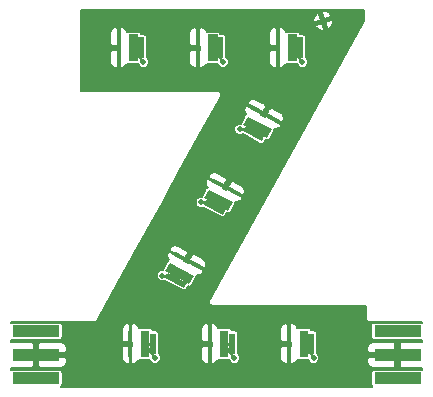
<source format=gtl>
G04 #@! TF.FileFunction,Copper,L1,Top,Signal*
%FSLAX46Y46*%
G04 Gerber Fmt 4.6, Leading zero omitted, Abs format (unit mm)*
G04 Created by KiCad (PCBNEW 4.0.0-rc2-stable) date 3/3/2016 3:49:37 PM*
%MOMM*%
G01*
G04 APERTURE LIST*
%ADD10C,0.150000*%
%ADD11R,0.500000X1.800000*%
%ADD12R,0.320000X2.300000*%
%ADD13R,0.800000X2.300000*%
%ADD14C,0.500000*%
%ADD15R,4.000000X1.000000*%
%ADD16C,0.600000*%
%ADD17C,0.254000*%
%ADD18C,0.152400*%
G04 APERTURE END LIST*
D10*
D11*
X72309650Y-47261530D03*
D12*
X70409650Y-47261530D03*
D13*
X71659650Y-47261530D03*
D14*
X72509650Y-48461530D03*
D11*
X65607570Y-47261530D03*
D12*
X63707570Y-47261530D03*
D13*
X64957570Y-47261530D03*
D14*
X65807570Y-48461530D03*
D11*
X58905486Y-47261530D03*
D12*
X57005486Y-47261530D03*
D13*
X58255486Y-47261530D03*
D14*
X59105486Y-48461530D03*
D10*
G36*
X71611491Y-21298838D02*
X71611299Y-23098838D01*
X71111299Y-23098784D01*
X71111491Y-21298784D01*
X71611491Y-21298838D01*
X71611491Y-21298838D01*
G37*
G36*
X69621517Y-21048626D02*
X69621273Y-23348626D01*
X69301273Y-23348592D01*
X69301517Y-21048592D01*
X69621517Y-21048626D01*
X69621517Y-21048626D01*
G37*
G36*
X71111517Y-21048785D02*
X71111273Y-23348785D01*
X70311273Y-23348699D01*
X70311517Y-21048699D01*
X71111517Y-21048785D01*
X71111517Y-21048785D01*
G37*
D14*
X71561267Y-23398832D03*
D10*
G36*
X64880744Y-21298121D02*
X64880552Y-23098121D01*
X64380552Y-23098067D01*
X64380744Y-21298067D01*
X64880744Y-21298121D01*
X64880744Y-21298121D01*
G37*
G36*
X62890770Y-21047909D02*
X62890526Y-23347909D01*
X62570526Y-23347875D01*
X62570770Y-21047875D01*
X62890770Y-21047909D01*
X62890770Y-21047909D01*
G37*
G36*
X64380770Y-21048068D02*
X64380526Y-23348068D01*
X63580526Y-23347982D01*
X63580770Y-21047982D01*
X64380770Y-21048068D01*
X64380770Y-21048068D01*
G37*
D14*
X64830520Y-23398115D03*
D10*
G36*
X58149996Y-21297403D02*
X58149804Y-23097403D01*
X57649804Y-23097349D01*
X57649996Y-21297349D01*
X58149996Y-21297403D01*
X58149996Y-21297403D01*
G37*
G36*
X56160022Y-21047191D02*
X56159778Y-23347191D01*
X55839778Y-23347157D01*
X55840022Y-21047157D01*
X56160022Y-21047191D01*
X56160022Y-21047191D01*
G37*
G36*
X57650022Y-21047350D02*
X57649778Y-23347350D01*
X56849778Y-23347264D01*
X56850022Y-21047264D01*
X57650022Y-21047350D01*
X57650022Y-21047350D01*
G37*
D14*
X58099772Y-23397397D03*
D10*
G36*
X61546739Y-42507250D02*
X59956676Y-41663628D01*
X60191015Y-41221944D01*
X61781078Y-42065566D01*
X61546739Y-42507250D01*
X61546739Y-42507250D01*
G37*
G36*
X62700252Y-40866517D02*
X60668505Y-39788555D01*
X60818482Y-39505877D01*
X62850229Y-40583839D01*
X62700252Y-40866517D01*
X62700252Y-40866517D01*
G37*
G36*
X62001920Y-42182735D02*
X59970173Y-41104773D01*
X60345116Y-40398079D01*
X62376863Y-41476041D01*
X62001920Y-42182735D01*
X62001920Y-42182735D01*
G37*
D14*
X59715099Y-41478855D03*
D10*
G36*
X64831941Y-36315279D02*
X63241878Y-35471657D01*
X63476217Y-35029973D01*
X65066280Y-35873595D01*
X64831941Y-36315279D01*
X64831941Y-36315279D01*
G37*
G36*
X65985454Y-34674546D02*
X63953707Y-33596584D01*
X64103684Y-33313906D01*
X66135431Y-34391868D01*
X65985454Y-34674546D01*
X65985454Y-34674546D01*
G37*
G36*
X65287122Y-35990764D02*
X63255375Y-34912802D01*
X63630318Y-34206108D01*
X65662065Y-35284070D01*
X65287122Y-35990764D01*
X65287122Y-35990764D01*
G37*
D14*
X63000301Y-35286884D03*
D10*
G36*
X68117151Y-30123314D02*
X66527088Y-29279692D01*
X66761427Y-28838008D01*
X68351490Y-29681630D01*
X68117151Y-30123314D01*
X68117151Y-30123314D01*
G37*
G36*
X69270664Y-28482581D02*
X67238917Y-27404619D01*
X67388894Y-27121941D01*
X69420641Y-28199903D01*
X69270664Y-28482581D01*
X69270664Y-28482581D01*
G37*
G36*
X68572332Y-29798799D02*
X66540585Y-28720837D01*
X66915528Y-28014143D01*
X68947275Y-29092105D01*
X68572332Y-29798799D01*
X68572332Y-29798799D01*
G37*
D14*
X66285511Y-29094919D03*
D15*
X79618670Y-50192207D03*
X79618670Y-48192207D03*
X79618670Y-46192207D03*
D16*
X78618670Y-50192207D03*
X78618670Y-48192207D03*
X78618670Y-46192207D03*
D15*
X49020840Y-46192207D03*
X49020840Y-48192207D03*
X49020840Y-50192207D03*
D16*
X50020840Y-46192207D03*
X50020840Y-48192207D03*
X50020840Y-50192207D03*
D14*
X73323365Y-19911003D03*
D17*
X72310000Y-47260000D02*
X71660000Y-47260000D01*
X72310000Y-47260000D02*
X71660000Y-47260000D01*
X72310000Y-47260000D02*
X71660000Y-47260000D01*
X72310000Y-47260000D02*
X71660000Y-47260000D01*
X72310000Y-47260000D02*
X71660000Y-47260000D01*
X72310000Y-47260000D02*
X71660000Y-47260000D01*
X72310000Y-47260000D02*
X71660000Y-47260000D01*
X72310000Y-47260000D02*
X71660000Y-47260000D01*
X72310000Y-47260000D02*
X71660000Y-47260000D01*
X71660000Y-47260000D02*
X72510000Y-48460000D01*
X71660000Y-47260000D02*
X72510000Y-48460000D01*
X71660000Y-47260000D02*
X72510000Y-48460000D01*
X71660000Y-47260000D02*
X72510000Y-48460000D01*
X71660000Y-47260000D02*
X72510000Y-48460000D01*
X71660000Y-47260000D02*
X72510000Y-48460000D01*
X71660000Y-47260000D02*
X72510000Y-48460000D01*
X71660000Y-47260000D02*
X72510000Y-48460000D01*
X71660000Y-47260000D02*
X72510000Y-48460000D01*
X65610000Y-47260000D02*
X64960000Y-47260000D01*
X65610000Y-47260000D02*
X64960000Y-47260000D01*
X65610000Y-47260000D02*
X64960000Y-47260000D01*
X65610000Y-47260000D02*
X64960000Y-47260000D01*
X65610000Y-47260000D02*
X64960000Y-47260000D01*
X65610000Y-47260000D02*
X64960000Y-47260000D01*
X65610000Y-47260000D02*
X64960000Y-47260000D01*
X65610000Y-47260000D02*
X64960000Y-47260000D01*
X65610000Y-47260000D02*
X64960000Y-47260000D01*
X64960000Y-47260000D02*
X65810000Y-48460000D01*
X64960000Y-47260000D02*
X65810000Y-48460000D01*
X64960000Y-47260000D02*
X65810000Y-48460000D01*
X64960000Y-47260000D02*
X65810000Y-48460000D01*
X64960000Y-47260000D02*
X65810000Y-48460000D01*
X64960000Y-47260000D02*
X65810000Y-48460000D01*
X64960000Y-47260000D02*
X65810000Y-48460000D01*
X64960000Y-47260000D02*
X65810000Y-48460000D01*
X64960000Y-47260000D02*
X65810000Y-48460000D01*
X58910000Y-47260000D02*
X58260000Y-47260000D01*
X58910000Y-47260000D02*
X58260000Y-47260000D01*
X58910000Y-47260000D02*
X58260000Y-47260000D01*
X58910000Y-47260000D02*
X58260000Y-47260000D01*
X58910000Y-47260000D02*
X58260000Y-47260000D01*
X58910000Y-47260000D02*
X58260000Y-47260000D01*
X58910000Y-47260000D02*
X58260000Y-47260000D01*
X58910000Y-47260000D02*
X58260000Y-47260000D01*
X58910000Y-47260000D02*
X58260000Y-47260000D01*
X58260000Y-47260000D02*
X59110000Y-48460000D01*
X58260000Y-47260000D02*
X59110000Y-48460000D01*
X58260000Y-47260000D02*
X59110000Y-48460000D01*
X58260000Y-47260000D02*
X59110000Y-48460000D01*
X58260000Y-47260000D02*
X59110000Y-48460000D01*
X58260000Y-47260000D02*
X59110000Y-48460000D01*
X58260000Y-47260000D02*
X59110000Y-48460000D01*
X58260000Y-47260000D02*
X59110000Y-48460000D01*
X58260000Y-47260000D02*
X59110000Y-48460000D01*
X71360000Y-22200000D02*
X70710000Y-22200000D01*
X71360000Y-22200000D02*
X70710000Y-22200000D01*
X71360000Y-22200000D02*
X70710000Y-22200000D01*
X71360000Y-22200000D02*
X70710000Y-22200000D01*
X71360000Y-22200000D02*
X70710000Y-22200000D01*
X71360000Y-22200000D02*
X70710000Y-22200000D01*
X71360000Y-22200000D02*
X70710000Y-22200000D01*
X71360000Y-22200000D02*
X70710000Y-22200000D01*
X71360000Y-22200000D02*
X70710000Y-22200000D01*
X70710000Y-22200000D02*
X71560000Y-23400000D01*
X70710000Y-22200000D02*
X71560000Y-23400000D01*
X70710000Y-22200000D02*
X71560000Y-23400000D01*
X70710000Y-22200000D02*
X71560000Y-23400000D01*
X70710000Y-22200000D02*
X71560000Y-23400000D01*
X70710000Y-22200000D02*
X71560000Y-23400000D01*
X70710000Y-22200000D02*
X71560000Y-23400000D01*
X70710000Y-22200000D02*
X71560000Y-23400000D01*
X70710000Y-22200000D02*
X71560000Y-23400000D01*
X64630000Y-22200000D02*
X63980000Y-22200000D01*
X64630000Y-22200000D02*
X63980000Y-22200000D01*
X64630000Y-22200000D02*
X63980000Y-22200000D01*
X64630000Y-22200000D02*
X63980000Y-22200000D01*
X64630000Y-22200000D02*
X63980000Y-22200000D01*
X64630000Y-22200000D02*
X63980000Y-22200000D01*
X64630000Y-22200000D02*
X63980000Y-22200000D01*
X64630000Y-22200000D02*
X63980000Y-22200000D01*
X64630000Y-22200000D02*
X63980000Y-22200000D01*
X63980000Y-22200000D02*
X64830000Y-23400000D01*
X63980000Y-22200000D02*
X64830000Y-23400000D01*
X63980000Y-22200000D02*
X64830000Y-23400000D01*
X63980000Y-22200000D02*
X64830000Y-23400000D01*
X63980000Y-22200000D02*
X64830000Y-23400000D01*
X63980000Y-22200000D02*
X64830000Y-23400000D01*
X63980000Y-22200000D02*
X64830000Y-23400000D01*
X63980000Y-22200000D02*
X64830000Y-23400000D01*
X63980000Y-22200000D02*
X64830000Y-23400000D01*
X57900000Y-22200000D02*
X57250000Y-22200000D01*
X57900000Y-22200000D02*
X57250000Y-22200000D01*
X57900000Y-22200000D02*
X57250000Y-22200000D01*
X57900000Y-22200000D02*
X57250000Y-22200000D01*
X57900000Y-22200000D02*
X57250000Y-22200000D01*
X57900000Y-22200000D02*
X57250000Y-22200000D01*
X57900000Y-22200000D02*
X57250000Y-22200000D01*
X57900000Y-22200000D02*
X57250000Y-22200000D01*
X57900000Y-22200000D02*
X57250000Y-22200000D01*
X57250000Y-22200000D02*
X58100000Y-23400000D01*
X57250000Y-22200000D02*
X58100000Y-23400000D01*
X57250000Y-22200000D02*
X58100000Y-23400000D01*
X57250000Y-22200000D02*
X58100000Y-23400000D01*
X57250000Y-22200000D02*
X58100000Y-23400000D01*
X57250000Y-22200000D02*
X58100000Y-23400000D01*
X57250000Y-22200000D02*
X58100000Y-23400000D01*
X57250000Y-22200000D02*
X58100000Y-23400000D01*
X57250000Y-22200000D02*
X58100000Y-23400000D01*
X60870000Y-41860000D02*
X61170000Y-41290000D01*
X60870000Y-41860000D02*
X61170000Y-41290000D01*
X60870000Y-41860000D02*
X61170000Y-41290000D01*
X60870000Y-41860000D02*
X61170000Y-41290000D01*
X60870000Y-41860000D02*
X61170000Y-41290000D01*
X60870000Y-41860000D02*
X61170000Y-41290000D01*
X60870000Y-41860000D02*
X61170000Y-41290000D01*
X60870000Y-41860000D02*
X61170000Y-41290000D01*
X60870000Y-41860000D02*
X61170000Y-41290000D01*
X61170000Y-41290000D02*
X59720000Y-41480000D01*
X61170000Y-41290000D02*
X59720000Y-41480000D01*
X61170000Y-41290000D02*
X59720000Y-41480000D01*
X61170000Y-41290000D02*
X59720000Y-41480000D01*
X61170000Y-41290000D02*
X59720000Y-41480000D01*
X61170000Y-41290000D02*
X59720000Y-41480000D01*
X61170000Y-41290000D02*
X59720000Y-41480000D01*
X61170000Y-41290000D02*
X59720000Y-41480000D01*
X61170000Y-41290000D02*
X59720000Y-41480000D01*
X64150000Y-35670000D02*
X64460000Y-35100000D01*
X64150000Y-35670000D02*
X64460000Y-35100000D01*
X64150000Y-35670000D02*
X64460000Y-35100000D01*
X64150000Y-35670000D02*
X64460000Y-35100000D01*
X64150000Y-35670000D02*
X64460000Y-35100000D01*
X64150000Y-35670000D02*
X64460000Y-35100000D01*
X64150000Y-35670000D02*
X64460000Y-35100000D01*
X64150000Y-35670000D02*
X64460000Y-35100000D01*
X64150000Y-35670000D02*
X64460000Y-35100000D01*
X64460000Y-35100000D02*
X63000000Y-35290000D01*
X64460000Y-35100000D02*
X63000000Y-35290000D01*
X64460000Y-35100000D02*
X63000000Y-35290000D01*
X64460000Y-35100000D02*
X63000000Y-35290000D01*
X64460000Y-35100000D02*
X63000000Y-35290000D01*
X64460000Y-35100000D02*
X63000000Y-35290000D01*
X64460000Y-35100000D02*
X63000000Y-35290000D01*
X64460000Y-35100000D02*
X63000000Y-35290000D01*
X64460000Y-35100000D02*
X63000000Y-35290000D01*
X67440000Y-29480000D02*
X67740000Y-28910000D01*
X67440000Y-29480000D02*
X67740000Y-28910000D01*
X67440000Y-29480000D02*
X67740000Y-28910000D01*
X67440000Y-29480000D02*
X67740000Y-28910000D01*
X67440000Y-29480000D02*
X67740000Y-28910000D01*
X67440000Y-29480000D02*
X67740000Y-28910000D01*
X67440000Y-29480000D02*
X67740000Y-28910000D01*
X67440000Y-29480000D02*
X67740000Y-28910000D01*
X67440000Y-29480000D02*
X67740000Y-28910000D01*
X67740000Y-28910000D02*
X66290000Y-29090000D01*
X67740000Y-28910000D02*
X66290000Y-29090000D01*
X67740000Y-28910000D02*
X66290000Y-29090000D01*
X67740000Y-28910000D02*
X66290000Y-29090000D01*
X67740000Y-28910000D02*
X66290000Y-29090000D01*
X67740000Y-28910000D02*
X66290000Y-29090000D01*
X67740000Y-28910000D02*
X66290000Y-29090000D01*
X67740000Y-28910000D02*
X66290000Y-29090000D01*
X67740000Y-28910000D02*
X66290000Y-29090000D01*
D18*
G36*
X76811400Y-19908048D02*
X63696242Y-43605092D01*
X63691417Y-43620198D01*
X63682607Y-43633384D01*
X63675013Y-43671563D01*
X63663170Y-43708644D01*
X63664494Y-43724447D01*
X63661400Y-43740000D01*
X63668994Y-43778178D01*
X63672243Y-43816968D01*
X63679513Y-43831061D01*
X63682607Y-43846616D01*
X63704233Y-43878982D01*
X63722079Y-43913576D01*
X63734190Y-43923815D01*
X63743000Y-43937000D01*
X63775365Y-43958625D01*
X63805092Y-43983758D01*
X63820198Y-43988583D01*
X63833384Y-43997393D01*
X63871563Y-44004987D01*
X63908644Y-44016830D01*
X63924447Y-44015506D01*
X63940000Y-44018600D01*
X76951400Y-44018600D01*
X76951400Y-45150000D01*
X76972607Y-45256616D01*
X77033000Y-45347000D01*
X77123384Y-45407393D01*
X77230000Y-45428600D01*
X81651400Y-45428600D01*
X81651400Y-45465757D01*
X81618670Y-45459129D01*
X77618670Y-45459129D01*
X77533956Y-45475069D01*
X77456152Y-45525135D01*
X77403955Y-45601527D01*
X77385592Y-45692207D01*
X77385592Y-46692207D01*
X77401532Y-46776921D01*
X77451598Y-46854725D01*
X77527990Y-46906922D01*
X77618670Y-46925285D01*
X81618670Y-46925285D01*
X81651400Y-46919126D01*
X81651400Y-47108007D01*
X79942520Y-47108007D01*
X79796470Y-47254057D01*
X79796470Y-48014407D01*
X79816470Y-48014407D01*
X79816470Y-48370007D01*
X79796470Y-48370007D01*
X79796470Y-49130357D01*
X79942520Y-49276407D01*
X81651400Y-49276407D01*
X81651400Y-49465757D01*
X81618670Y-49459129D01*
X77618670Y-49459129D01*
X77533956Y-49475069D01*
X77456152Y-49525135D01*
X77403955Y-49601527D01*
X77385592Y-49692207D01*
X77385592Y-50692207D01*
X77401532Y-50776921D01*
X77451598Y-50854725D01*
X77476002Y-50871400D01*
X77230000Y-50871400D01*
X77179726Y-50881400D01*
X51380274Y-50881400D01*
X51330000Y-50871400D01*
X51164522Y-50871400D01*
X51183358Y-50859279D01*
X51235555Y-50782887D01*
X51253918Y-50692207D01*
X51253918Y-49692207D01*
X51237978Y-49607493D01*
X51187912Y-49529689D01*
X51111520Y-49477492D01*
X51020840Y-49459129D01*
X47020840Y-49459129D01*
X46936126Y-49475069D01*
X46908600Y-49492782D01*
X46908600Y-49276407D01*
X48696990Y-49276407D01*
X48843040Y-49130357D01*
X48843040Y-48370007D01*
X48823040Y-48370007D01*
X48823040Y-48130540D01*
X49121428Y-48130540D01*
X49166293Y-48479424D01*
X49198640Y-48557517D01*
X49198640Y-49130357D01*
X49344690Y-49276407D01*
X51137044Y-49276407D01*
X51351762Y-49187468D01*
X51516101Y-49023130D01*
X51605040Y-48808412D01*
X51605040Y-48516057D01*
X51458990Y-48370007D01*
X50888760Y-48370007D01*
X50920252Y-48253874D01*
X50889458Y-48014407D01*
X51458990Y-48014407D01*
X51605040Y-47868357D01*
X51605040Y-47585380D01*
X56261286Y-47585380D01*
X56261286Y-48527734D01*
X56350225Y-48742452D01*
X56514563Y-48906791D01*
X56729281Y-48995730D01*
X56779436Y-48995730D01*
X56925486Y-48849680D01*
X56925486Y-47439330D01*
X56407336Y-47439330D01*
X56261286Y-47585380D01*
X51605040Y-47585380D01*
X51605040Y-47576002D01*
X51516101Y-47361284D01*
X51351762Y-47196946D01*
X51137044Y-47108007D01*
X49344690Y-47108007D01*
X49198640Y-47254057D01*
X49198640Y-47845809D01*
X49121428Y-48130540D01*
X48823040Y-48130540D01*
X48823040Y-48014407D01*
X48843040Y-48014407D01*
X48843040Y-47254057D01*
X48696990Y-47108007D01*
X46908600Y-47108007D01*
X46908600Y-46892191D01*
X46930160Y-46906922D01*
X47020840Y-46925285D01*
X51020840Y-46925285D01*
X51105554Y-46909345D01*
X51183358Y-46859279D01*
X51235555Y-46782887D01*
X51253918Y-46692207D01*
X51253918Y-45995326D01*
X56261286Y-45995326D01*
X56261286Y-46937680D01*
X56407336Y-47083730D01*
X56925486Y-47083730D01*
X56925486Y-45673380D01*
X57085486Y-45673380D01*
X57085486Y-47083730D01*
X57165486Y-47083730D01*
X57165486Y-47439330D01*
X57085486Y-47439330D01*
X57085486Y-48849680D01*
X57231536Y-48995730D01*
X57281691Y-48995730D01*
X57496409Y-48906791D01*
X57660747Y-48742452D01*
X57721218Y-48596462D01*
X57764806Y-48626245D01*
X57855486Y-48644608D01*
X58655486Y-48644608D01*
X58662724Y-48643246D01*
X58699512Y-48732281D01*
X58834027Y-48867030D01*
X59009869Y-48940046D01*
X59200268Y-48940213D01*
X59376237Y-48867504D01*
X59510986Y-48732989D01*
X59584002Y-48557147D01*
X59584169Y-48366748D01*
X59511460Y-48190779D01*
X59388564Y-48067669D01*
X59388564Y-47585380D01*
X62963370Y-47585380D01*
X62963370Y-48527734D01*
X63052309Y-48742452D01*
X63216647Y-48906791D01*
X63431365Y-48995730D01*
X63481520Y-48995730D01*
X63627570Y-48849680D01*
X63627570Y-47439330D01*
X63109420Y-47439330D01*
X62963370Y-47585380D01*
X59388564Y-47585380D01*
X59388564Y-46361530D01*
X59372624Y-46276816D01*
X59322558Y-46199012D01*
X59246166Y-46146815D01*
X59155486Y-46128452D01*
X58888564Y-46128452D01*
X58888564Y-46111530D01*
X58872624Y-46026816D01*
X58852361Y-45995326D01*
X62963370Y-45995326D01*
X62963370Y-46937680D01*
X63109420Y-47083730D01*
X63627570Y-47083730D01*
X63627570Y-45673380D01*
X63787570Y-45673380D01*
X63787570Y-47083730D01*
X63867570Y-47083730D01*
X63867570Y-47439330D01*
X63787570Y-47439330D01*
X63787570Y-48849680D01*
X63933620Y-48995730D01*
X63983775Y-48995730D01*
X64198493Y-48906791D01*
X64362831Y-48742452D01*
X64423302Y-48596462D01*
X64466890Y-48626245D01*
X64557570Y-48644608D01*
X65357570Y-48644608D01*
X65364808Y-48643246D01*
X65401596Y-48732281D01*
X65536111Y-48867030D01*
X65711953Y-48940046D01*
X65902352Y-48940213D01*
X66078321Y-48867504D01*
X66213070Y-48732989D01*
X66286086Y-48557147D01*
X66286253Y-48366748D01*
X66213544Y-48190779D01*
X66090648Y-48067669D01*
X66090648Y-47585380D01*
X69665450Y-47585380D01*
X69665450Y-48527734D01*
X69754389Y-48742452D01*
X69918727Y-48906791D01*
X70133445Y-48995730D01*
X70183600Y-48995730D01*
X70329650Y-48849680D01*
X70329650Y-47439330D01*
X69811500Y-47439330D01*
X69665450Y-47585380D01*
X66090648Y-47585380D01*
X66090648Y-46361530D01*
X66074708Y-46276816D01*
X66024642Y-46199012D01*
X65948250Y-46146815D01*
X65857570Y-46128452D01*
X65590648Y-46128452D01*
X65590648Y-46111530D01*
X65574708Y-46026816D01*
X65554445Y-45995326D01*
X69665450Y-45995326D01*
X69665450Y-46937680D01*
X69811500Y-47083730D01*
X70329650Y-47083730D01*
X70329650Y-45673380D01*
X70489650Y-45673380D01*
X70489650Y-47083730D01*
X70569650Y-47083730D01*
X70569650Y-47439330D01*
X70489650Y-47439330D01*
X70489650Y-48849680D01*
X70635700Y-48995730D01*
X70685855Y-48995730D01*
X70900573Y-48906791D01*
X71064911Y-48742452D01*
X71125382Y-48596462D01*
X71168970Y-48626245D01*
X71259650Y-48644608D01*
X72059650Y-48644608D01*
X72066888Y-48643246D01*
X72103676Y-48732281D01*
X72238191Y-48867030D01*
X72414033Y-48940046D01*
X72604432Y-48940213D01*
X72780401Y-48867504D01*
X72915150Y-48732989D01*
X72988166Y-48557147D01*
X72988333Y-48366748D01*
X72915624Y-48190779D01*
X72792728Y-48067669D01*
X72792728Y-47576002D01*
X77034470Y-47576002D01*
X77034470Y-47868357D01*
X77180520Y-48014407D01*
X77750750Y-48014407D01*
X77719258Y-48130540D01*
X77750052Y-48370007D01*
X77180520Y-48370007D01*
X77034470Y-48516057D01*
X77034470Y-48808412D01*
X77123409Y-49023130D01*
X77287748Y-49187468D01*
X77502466Y-49276407D01*
X79294820Y-49276407D01*
X79440870Y-49130357D01*
X79440870Y-48538605D01*
X79518082Y-48253874D01*
X79473217Y-47904990D01*
X79440870Y-47826897D01*
X79440870Y-47254057D01*
X79294820Y-47108007D01*
X77502466Y-47108007D01*
X77287748Y-47196946D01*
X77123409Y-47361284D01*
X77034470Y-47576002D01*
X72792728Y-47576002D01*
X72792728Y-46361530D01*
X72776788Y-46276816D01*
X72726722Y-46199012D01*
X72650330Y-46146815D01*
X72559650Y-46128452D01*
X72292728Y-46128452D01*
X72292728Y-46111530D01*
X72276788Y-46026816D01*
X72226722Y-45949012D01*
X72150330Y-45896815D01*
X72059650Y-45878452D01*
X71259650Y-45878452D01*
X71174936Y-45894392D01*
X71125278Y-45926347D01*
X71064911Y-45780608D01*
X70900573Y-45616269D01*
X70685855Y-45527330D01*
X70635700Y-45527330D01*
X70489650Y-45673380D01*
X70329650Y-45673380D01*
X70183600Y-45527330D01*
X70133445Y-45527330D01*
X69918727Y-45616269D01*
X69754389Y-45780608D01*
X69665450Y-45995326D01*
X65554445Y-45995326D01*
X65524642Y-45949012D01*
X65448250Y-45896815D01*
X65357570Y-45878452D01*
X64557570Y-45878452D01*
X64472856Y-45894392D01*
X64423198Y-45926347D01*
X64362831Y-45780608D01*
X64198493Y-45616269D01*
X63983775Y-45527330D01*
X63933620Y-45527330D01*
X63787570Y-45673380D01*
X63627570Y-45673380D01*
X63481520Y-45527330D01*
X63431365Y-45527330D01*
X63216647Y-45616269D01*
X63052309Y-45780608D01*
X62963370Y-45995326D01*
X58852361Y-45995326D01*
X58822558Y-45949012D01*
X58746166Y-45896815D01*
X58655486Y-45878452D01*
X57855486Y-45878452D01*
X57770772Y-45894392D01*
X57721114Y-45926347D01*
X57660747Y-45780608D01*
X57496409Y-45616269D01*
X57281691Y-45527330D01*
X57231536Y-45527330D01*
X57085486Y-45673380D01*
X56925486Y-45673380D01*
X56779436Y-45527330D01*
X56729281Y-45527330D01*
X56514563Y-45616269D01*
X56350225Y-45780608D01*
X56261286Y-45995326D01*
X51253918Y-45995326D01*
X51253918Y-45692207D01*
X51237978Y-45607493D01*
X51187912Y-45529689D01*
X51111520Y-45477492D01*
X51020840Y-45459129D01*
X47020840Y-45459129D01*
X46936126Y-45475069D01*
X46908600Y-45492782D01*
X46908600Y-45428600D01*
X53950000Y-45428600D01*
X53988349Y-45420972D01*
X54027304Y-45417660D01*
X54041232Y-45410453D01*
X54056616Y-45407393D01*
X54089126Y-45385670D01*
X54123849Y-45367703D01*
X54133960Y-45355713D01*
X54147000Y-45347000D01*
X54168722Y-45314491D01*
X54193927Y-45284602D01*
X56241692Y-41573637D01*
X59236416Y-41573637D01*
X59309125Y-41749606D01*
X59443640Y-41884355D01*
X59619482Y-41957371D01*
X59809881Y-41957538D01*
X59924256Y-41910279D01*
X61437500Y-42713144D01*
X61519805Y-42738767D01*
X61612000Y-42731005D01*
X61693911Y-42687986D01*
X61752633Y-42616489D01*
X61877734Y-42380698D01*
X61892681Y-42388629D01*
X61974986Y-42414251D01*
X62067180Y-42406490D01*
X62149092Y-42363472D01*
X62207814Y-42291974D01*
X62582757Y-41585280D01*
X62608379Y-41502975D01*
X62603426Y-41444132D01*
X62760460Y-41459111D01*
X62982653Y-41390962D01*
X63161853Y-41242971D01*
X63185360Y-41198666D01*
X63124794Y-41001199D01*
X61878936Y-40340198D01*
X61841442Y-40410867D01*
X61527316Y-40244205D01*
X61551374Y-40198859D01*
X61953924Y-40198859D01*
X63199783Y-40859860D01*
X63397250Y-40799295D01*
X63420756Y-40754990D01*
X63442824Y-40523631D01*
X63374674Y-40301437D01*
X63226683Y-40122238D01*
X63021380Y-40013312D01*
X62394237Y-39680576D01*
X62196770Y-39741141D01*
X61953924Y-40198859D01*
X61551374Y-40198859D01*
X61564810Y-40173535D01*
X60318951Y-39512534D01*
X60121484Y-39573099D01*
X60097978Y-39617404D01*
X60075910Y-39848763D01*
X60144060Y-40070957D01*
X60244681Y-40192797D01*
X60197944Y-40217342D01*
X60139222Y-40288840D01*
X59764279Y-40995534D01*
X59762796Y-41000297D01*
X59620317Y-41000172D01*
X59444348Y-41072881D01*
X59309599Y-41207396D01*
X59236583Y-41383238D01*
X59236416Y-41573637D01*
X56241692Y-41573637D01*
X57565997Y-39173728D01*
X60333374Y-39173728D01*
X60393940Y-39371195D01*
X61639798Y-40032196D01*
X61882645Y-39574479D01*
X61822079Y-39377012D01*
X61194936Y-39044276D01*
X60989633Y-38935351D01*
X60758274Y-38913283D01*
X60536081Y-38981432D01*
X60356881Y-39129423D01*
X60333374Y-39173728D01*
X57565997Y-39173728D01*
X59658513Y-35381666D01*
X62521618Y-35381666D01*
X62594327Y-35557635D01*
X62728842Y-35692384D01*
X62904684Y-35765400D01*
X63095083Y-35765567D01*
X63209458Y-35718308D01*
X64722702Y-36521173D01*
X64805007Y-36546796D01*
X64897202Y-36539034D01*
X64979113Y-36496015D01*
X65037835Y-36424518D01*
X65162936Y-36188727D01*
X65177883Y-36196658D01*
X65260188Y-36222280D01*
X65352382Y-36214519D01*
X65434294Y-36171501D01*
X65493016Y-36100003D01*
X65867959Y-35393309D01*
X65893581Y-35311004D01*
X65888628Y-35252161D01*
X66045662Y-35267140D01*
X66267855Y-35198991D01*
X66447055Y-35051000D01*
X66470562Y-35006695D01*
X66409996Y-34809228D01*
X65164138Y-34148227D01*
X65126644Y-34218896D01*
X64812518Y-34052234D01*
X64836576Y-34006888D01*
X65239126Y-34006888D01*
X66484985Y-34667889D01*
X66682452Y-34607324D01*
X66705958Y-34563019D01*
X66728026Y-34331660D01*
X66659876Y-34109466D01*
X66511885Y-33930267D01*
X66306582Y-33821341D01*
X65679439Y-33488605D01*
X65481972Y-33549170D01*
X65239126Y-34006888D01*
X64836576Y-34006888D01*
X64850012Y-33981564D01*
X63604153Y-33320563D01*
X63406686Y-33381128D01*
X63383180Y-33425433D01*
X63361112Y-33656792D01*
X63429262Y-33878986D01*
X63529883Y-34000826D01*
X63483146Y-34025371D01*
X63424424Y-34096869D01*
X63049481Y-34803563D01*
X63047998Y-34808326D01*
X62905519Y-34808201D01*
X62729550Y-34880910D01*
X62594801Y-35015425D01*
X62521785Y-35191267D01*
X62521618Y-35381666D01*
X59658513Y-35381666D01*
X60982818Y-32981757D01*
X63618576Y-32981757D01*
X63679142Y-33179224D01*
X64925000Y-33840225D01*
X65167847Y-33382508D01*
X65107281Y-33185041D01*
X64480138Y-32852305D01*
X64274835Y-32743380D01*
X64043476Y-32721312D01*
X63821283Y-32789461D01*
X63642083Y-32937452D01*
X63618576Y-32981757D01*
X60982818Y-32981757D01*
X63075331Y-29189701D01*
X65806828Y-29189701D01*
X65879537Y-29365670D01*
X66014052Y-29500419D01*
X66189894Y-29573435D01*
X66380293Y-29573602D01*
X66494668Y-29526343D01*
X68007912Y-30329208D01*
X68090217Y-30354831D01*
X68182412Y-30347069D01*
X68264323Y-30304050D01*
X68323045Y-30232553D01*
X68448146Y-29996762D01*
X68463093Y-30004693D01*
X68545398Y-30030315D01*
X68637592Y-30022554D01*
X68719504Y-29979536D01*
X68778226Y-29908038D01*
X69153169Y-29201344D01*
X69178791Y-29119039D01*
X69173838Y-29060196D01*
X69330872Y-29075175D01*
X69553065Y-29007026D01*
X69732265Y-28859035D01*
X69755772Y-28814730D01*
X69695206Y-28617263D01*
X68449348Y-27956262D01*
X68411854Y-28026931D01*
X68097728Y-27860269D01*
X68121786Y-27814923D01*
X68524336Y-27814923D01*
X69770195Y-28475924D01*
X69967662Y-28415359D01*
X69991168Y-28371054D01*
X70013236Y-28139695D01*
X69945086Y-27917501D01*
X69797095Y-27738302D01*
X69591792Y-27629376D01*
X68964649Y-27296640D01*
X68767182Y-27357205D01*
X68524336Y-27814923D01*
X68121786Y-27814923D01*
X68135222Y-27789599D01*
X66889363Y-27128598D01*
X66691896Y-27189163D01*
X66668390Y-27233468D01*
X66646322Y-27464827D01*
X66714472Y-27687021D01*
X66815093Y-27808861D01*
X66768356Y-27833406D01*
X66709634Y-27904904D01*
X66334691Y-28611598D01*
X66333208Y-28616361D01*
X66190729Y-28616236D01*
X66014760Y-28688945D01*
X65880011Y-28823460D01*
X65806995Y-28999302D01*
X65806828Y-29189701D01*
X63075331Y-29189701D01*
X64399637Y-26789792D01*
X66903786Y-26789792D01*
X66964352Y-26987259D01*
X68210210Y-27648260D01*
X68453057Y-27190543D01*
X68392491Y-26993076D01*
X67765348Y-26660340D01*
X67560045Y-26551415D01*
X67328686Y-26529347D01*
X67106493Y-26597496D01*
X66927293Y-26745487D01*
X66903786Y-26789792D01*
X64399637Y-26789792D01*
X64683927Y-26274602D01*
X64688680Y-26259656D01*
X64697393Y-26246616D01*
X64705020Y-26208270D01*
X64716869Y-26171010D01*
X64715540Y-26155382D01*
X64718600Y-26140000D01*
X64710972Y-26101651D01*
X64707660Y-26062696D01*
X64700453Y-26048768D01*
X64697393Y-26033384D01*
X64675670Y-26000874D01*
X64657703Y-25966151D01*
X64645713Y-25956040D01*
X64637000Y-25943000D01*
X64604488Y-25921276D01*
X64574602Y-25896074D01*
X64559659Y-25891322D01*
X64546616Y-25882607D01*
X64508265Y-25874979D01*
X64471009Y-25863131D01*
X64455382Y-25864460D01*
X64440000Y-25861400D01*
X52818600Y-25861400D01*
X52818600Y-23463299D01*
X55255565Y-23463299D01*
X55344481Y-23678026D01*
X55508802Y-23842383D01*
X55723510Y-23931345D01*
X55773665Y-23931350D01*
X55919712Y-23785333D01*
X56079731Y-23785333D01*
X56225765Y-23931398D01*
X56275920Y-23931403D01*
X56490648Y-23842487D01*
X56655003Y-23678166D01*
X56715490Y-23532182D01*
X56759075Y-23561969D01*
X56849753Y-23580342D01*
X57649753Y-23580428D01*
X57656990Y-23579067D01*
X57693798Y-23668148D01*
X57828313Y-23802897D01*
X58004155Y-23875913D01*
X58194554Y-23876080D01*
X58370523Y-23803371D01*
X58505272Y-23668856D01*
X58578288Y-23493014D01*
X58578313Y-23464017D01*
X61986313Y-23464017D01*
X62075229Y-23678744D01*
X62239550Y-23843101D01*
X62454258Y-23932063D01*
X62504413Y-23932068D01*
X62650460Y-23786051D01*
X62810479Y-23786051D01*
X62956513Y-23932116D01*
X63006668Y-23932121D01*
X63221396Y-23843205D01*
X63385751Y-23678884D01*
X63446238Y-23532900D01*
X63489823Y-23562687D01*
X63580501Y-23581060D01*
X64380501Y-23581146D01*
X64387738Y-23579785D01*
X64424546Y-23668866D01*
X64559061Y-23803615D01*
X64734903Y-23876631D01*
X64925302Y-23876798D01*
X65101271Y-23804089D01*
X65236020Y-23669574D01*
X65309036Y-23493732D01*
X65309061Y-23464734D01*
X68717060Y-23464734D01*
X68805976Y-23679461D01*
X68970297Y-23843818D01*
X69185005Y-23932780D01*
X69235160Y-23932785D01*
X69381207Y-23786768D01*
X69541226Y-23786768D01*
X69687260Y-23932833D01*
X69737415Y-23932838D01*
X69952143Y-23843922D01*
X70116498Y-23679601D01*
X70176985Y-23533617D01*
X70220570Y-23563404D01*
X70311248Y-23581777D01*
X71111248Y-23581863D01*
X71118485Y-23580502D01*
X71155293Y-23669583D01*
X71289808Y-23804332D01*
X71465650Y-23877348D01*
X71656049Y-23877515D01*
X71832018Y-23804806D01*
X71966767Y-23670291D01*
X72039783Y-23494449D01*
X72039950Y-23304050D01*
X71967241Y-23128081D01*
X71844387Y-23005013D01*
X71844569Y-21298863D01*
X71828638Y-21214148D01*
X71778581Y-21136338D01*
X71702195Y-21084133D01*
X71611516Y-21065760D01*
X71344593Y-21065731D01*
X71344595Y-21048810D01*
X71328664Y-20964094D01*
X71278607Y-20886284D01*
X71202220Y-20834080D01*
X71111542Y-20815707D01*
X70311542Y-20815621D01*
X70226826Y-20831552D01*
X70177165Y-20863501D01*
X70116814Y-20717757D01*
X69952493Y-20553400D01*
X69737785Y-20464438D01*
X69687630Y-20464433D01*
X69541564Y-20610468D01*
X69541414Y-22020818D01*
X69621414Y-22020826D01*
X69621376Y-22376426D01*
X69541376Y-22376418D01*
X69541226Y-23786768D01*
X69381207Y-23786768D01*
X69381226Y-23786750D01*
X69381376Y-22376400D01*
X68863226Y-22376345D01*
X68717161Y-22522380D01*
X68717085Y-23232325D01*
X68717060Y-23464734D01*
X65309061Y-23464734D01*
X65309203Y-23303333D01*
X65236494Y-23127364D01*
X65113640Y-23004296D01*
X65113760Y-21874680D01*
X68717229Y-21874680D01*
X68863264Y-22020745D01*
X69381414Y-22020800D01*
X69381564Y-20610450D01*
X69235530Y-20464385D01*
X69185375Y-20464380D01*
X68970647Y-20553296D01*
X68806292Y-20717617D01*
X68717330Y-20932326D01*
X68717305Y-21164735D01*
X68717229Y-21874680D01*
X65113760Y-21874680D01*
X65113822Y-21298146D01*
X65097891Y-21213431D01*
X65047834Y-21135621D01*
X64971448Y-21083416D01*
X64880769Y-21065043D01*
X64613846Y-21065014D01*
X64613848Y-21048093D01*
X64597917Y-20963377D01*
X64547860Y-20885567D01*
X64471473Y-20833363D01*
X64380795Y-20814990D01*
X63580795Y-20814904D01*
X63496079Y-20830835D01*
X63446418Y-20862784D01*
X63386067Y-20717040D01*
X63221746Y-20552683D01*
X63007038Y-20463721D01*
X62956883Y-20463716D01*
X62810817Y-20609751D01*
X62810667Y-22020101D01*
X62890667Y-22020109D01*
X62890629Y-22375709D01*
X62810629Y-22375701D01*
X62810479Y-23786051D01*
X62650460Y-23786051D01*
X62650479Y-23786033D01*
X62650629Y-22375683D01*
X62132479Y-22375628D01*
X61986414Y-22521663D01*
X61986338Y-23231608D01*
X61986313Y-23464017D01*
X58578313Y-23464017D01*
X58578455Y-23302615D01*
X58505746Y-23126646D01*
X58382892Y-23003578D01*
X58383012Y-21873963D01*
X61986482Y-21873963D01*
X62132517Y-22020028D01*
X62650667Y-22020083D01*
X62650817Y-20609733D01*
X62504783Y-20463668D01*
X62454628Y-20463663D01*
X62239900Y-20552579D01*
X62075545Y-20716900D01*
X61986583Y-20931609D01*
X61986558Y-21164018D01*
X61986482Y-21873963D01*
X58383012Y-21873963D01*
X58383074Y-21297428D01*
X58367143Y-21212713D01*
X58317086Y-21134903D01*
X58240700Y-21082698D01*
X58150021Y-21064325D01*
X57883098Y-21064296D01*
X57883100Y-21047375D01*
X57867169Y-20962659D01*
X57817112Y-20884849D01*
X57740725Y-20832645D01*
X57650047Y-20814272D01*
X56850047Y-20814186D01*
X56765331Y-20830117D01*
X56715670Y-20862066D01*
X56655319Y-20716322D01*
X56490998Y-20551965D01*
X56276290Y-20463003D01*
X56226135Y-20462998D01*
X56080069Y-20609033D01*
X56079919Y-22019383D01*
X56159919Y-22019391D01*
X56159881Y-22374991D01*
X56079881Y-22374983D01*
X56079731Y-23785333D01*
X55919712Y-23785333D01*
X55919731Y-23785315D01*
X55919881Y-22374965D01*
X55401731Y-22374910D01*
X55255666Y-22520945D01*
X55255590Y-23230890D01*
X55255565Y-23463299D01*
X52818600Y-23463299D01*
X52818600Y-21873245D01*
X55255734Y-21873245D01*
X55401769Y-22019310D01*
X55919919Y-22019365D01*
X55920069Y-20609015D01*
X55774035Y-20462950D01*
X55723880Y-20462945D01*
X55509152Y-20551861D01*
X55344797Y-20716182D01*
X55255835Y-20930891D01*
X55255810Y-21163300D01*
X55255734Y-21873245D01*
X52818600Y-21873245D01*
X52818600Y-20404947D01*
X72630946Y-20404947D01*
X72872677Y-20632325D01*
X73183022Y-20749888D01*
X73332277Y-20761500D01*
X73419356Y-20608926D01*
X73243252Y-20068584D01*
X72702910Y-20244688D01*
X72630946Y-20404947D01*
X52818600Y-20404947D01*
X52818600Y-19919915D01*
X72472868Y-19919915D01*
X72625442Y-20006994D01*
X72674160Y-19991116D01*
X73480946Y-19991116D01*
X73657050Y-20531458D01*
X73817309Y-20603422D01*
X74044687Y-20361691D01*
X74162250Y-20051346D01*
X74173862Y-19902091D01*
X74021288Y-19815012D01*
X73480946Y-19991116D01*
X72674160Y-19991116D01*
X73165784Y-19830890D01*
X72989680Y-19290548D01*
X72829421Y-19218584D01*
X72602043Y-19460315D01*
X72484480Y-19770660D01*
X72472868Y-19919915D01*
X52818600Y-19919915D01*
X52818600Y-19213080D01*
X73227374Y-19213080D01*
X73403478Y-19753422D01*
X73943820Y-19577318D01*
X74015784Y-19417059D01*
X73774053Y-19189681D01*
X73463708Y-19072118D01*
X73314453Y-19060506D01*
X73227374Y-19213080D01*
X52818600Y-19213080D01*
X52818600Y-18998600D01*
X76811400Y-18998600D01*
X76811400Y-19908048D01*
X76811400Y-19908048D01*
G37*
X76811400Y-19908048D02*
X63696242Y-43605092D01*
X63691417Y-43620198D01*
X63682607Y-43633384D01*
X63675013Y-43671563D01*
X63663170Y-43708644D01*
X63664494Y-43724447D01*
X63661400Y-43740000D01*
X63668994Y-43778178D01*
X63672243Y-43816968D01*
X63679513Y-43831061D01*
X63682607Y-43846616D01*
X63704233Y-43878982D01*
X63722079Y-43913576D01*
X63734190Y-43923815D01*
X63743000Y-43937000D01*
X63775365Y-43958625D01*
X63805092Y-43983758D01*
X63820198Y-43988583D01*
X63833384Y-43997393D01*
X63871563Y-44004987D01*
X63908644Y-44016830D01*
X63924447Y-44015506D01*
X63940000Y-44018600D01*
X76951400Y-44018600D01*
X76951400Y-45150000D01*
X76972607Y-45256616D01*
X77033000Y-45347000D01*
X77123384Y-45407393D01*
X77230000Y-45428600D01*
X81651400Y-45428600D01*
X81651400Y-45465757D01*
X81618670Y-45459129D01*
X77618670Y-45459129D01*
X77533956Y-45475069D01*
X77456152Y-45525135D01*
X77403955Y-45601527D01*
X77385592Y-45692207D01*
X77385592Y-46692207D01*
X77401532Y-46776921D01*
X77451598Y-46854725D01*
X77527990Y-46906922D01*
X77618670Y-46925285D01*
X81618670Y-46925285D01*
X81651400Y-46919126D01*
X81651400Y-47108007D01*
X79942520Y-47108007D01*
X79796470Y-47254057D01*
X79796470Y-48014407D01*
X79816470Y-48014407D01*
X79816470Y-48370007D01*
X79796470Y-48370007D01*
X79796470Y-49130357D01*
X79942520Y-49276407D01*
X81651400Y-49276407D01*
X81651400Y-49465757D01*
X81618670Y-49459129D01*
X77618670Y-49459129D01*
X77533956Y-49475069D01*
X77456152Y-49525135D01*
X77403955Y-49601527D01*
X77385592Y-49692207D01*
X77385592Y-50692207D01*
X77401532Y-50776921D01*
X77451598Y-50854725D01*
X77476002Y-50871400D01*
X77230000Y-50871400D01*
X77179726Y-50881400D01*
X51380274Y-50881400D01*
X51330000Y-50871400D01*
X51164522Y-50871400D01*
X51183358Y-50859279D01*
X51235555Y-50782887D01*
X51253918Y-50692207D01*
X51253918Y-49692207D01*
X51237978Y-49607493D01*
X51187912Y-49529689D01*
X51111520Y-49477492D01*
X51020840Y-49459129D01*
X47020840Y-49459129D01*
X46936126Y-49475069D01*
X46908600Y-49492782D01*
X46908600Y-49276407D01*
X48696990Y-49276407D01*
X48843040Y-49130357D01*
X48843040Y-48370007D01*
X48823040Y-48370007D01*
X48823040Y-48130540D01*
X49121428Y-48130540D01*
X49166293Y-48479424D01*
X49198640Y-48557517D01*
X49198640Y-49130357D01*
X49344690Y-49276407D01*
X51137044Y-49276407D01*
X51351762Y-49187468D01*
X51516101Y-49023130D01*
X51605040Y-48808412D01*
X51605040Y-48516057D01*
X51458990Y-48370007D01*
X50888760Y-48370007D01*
X50920252Y-48253874D01*
X50889458Y-48014407D01*
X51458990Y-48014407D01*
X51605040Y-47868357D01*
X51605040Y-47585380D01*
X56261286Y-47585380D01*
X56261286Y-48527734D01*
X56350225Y-48742452D01*
X56514563Y-48906791D01*
X56729281Y-48995730D01*
X56779436Y-48995730D01*
X56925486Y-48849680D01*
X56925486Y-47439330D01*
X56407336Y-47439330D01*
X56261286Y-47585380D01*
X51605040Y-47585380D01*
X51605040Y-47576002D01*
X51516101Y-47361284D01*
X51351762Y-47196946D01*
X51137044Y-47108007D01*
X49344690Y-47108007D01*
X49198640Y-47254057D01*
X49198640Y-47845809D01*
X49121428Y-48130540D01*
X48823040Y-48130540D01*
X48823040Y-48014407D01*
X48843040Y-48014407D01*
X48843040Y-47254057D01*
X48696990Y-47108007D01*
X46908600Y-47108007D01*
X46908600Y-46892191D01*
X46930160Y-46906922D01*
X47020840Y-46925285D01*
X51020840Y-46925285D01*
X51105554Y-46909345D01*
X51183358Y-46859279D01*
X51235555Y-46782887D01*
X51253918Y-46692207D01*
X51253918Y-45995326D01*
X56261286Y-45995326D01*
X56261286Y-46937680D01*
X56407336Y-47083730D01*
X56925486Y-47083730D01*
X56925486Y-45673380D01*
X57085486Y-45673380D01*
X57085486Y-47083730D01*
X57165486Y-47083730D01*
X57165486Y-47439330D01*
X57085486Y-47439330D01*
X57085486Y-48849680D01*
X57231536Y-48995730D01*
X57281691Y-48995730D01*
X57496409Y-48906791D01*
X57660747Y-48742452D01*
X57721218Y-48596462D01*
X57764806Y-48626245D01*
X57855486Y-48644608D01*
X58655486Y-48644608D01*
X58662724Y-48643246D01*
X58699512Y-48732281D01*
X58834027Y-48867030D01*
X59009869Y-48940046D01*
X59200268Y-48940213D01*
X59376237Y-48867504D01*
X59510986Y-48732989D01*
X59584002Y-48557147D01*
X59584169Y-48366748D01*
X59511460Y-48190779D01*
X59388564Y-48067669D01*
X59388564Y-47585380D01*
X62963370Y-47585380D01*
X62963370Y-48527734D01*
X63052309Y-48742452D01*
X63216647Y-48906791D01*
X63431365Y-48995730D01*
X63481520Y-48995730D01*
X63627570Y-48849680D01*
X63627570Y-47439330D01*
X63109420Y-47439330D01*
X62963370Y-47585380D01*
X59388564Y-47585380D01*
X59388564Y-46361530D01*
X59372624Y-46276816D01*
X59322558Y-46199012D01*
X59246166Y-46146815D01*
X59155486Y-46128452D01*
X58888564Y-46128452D01*
X58888564Y-46111530D01*
X58872624Y-46026816D01*
X58852361Y-45995326D01*
X62963370Y-45995326D01*
X62963370Y-46937680D01*
X63109420Y-47083730D01*
X63627570Y-47083730D01*
X63627570Y-45673380D01*
X63787570Y-45673380D01*
X63787570Y-47083730D01*
X63867570Y-47083730D01*
X63867570Y-47439330D01*
X63787570Y-47439330D01*
X63787570Y-48849680D01*
X63933620Y-48995730D01*
X63983775Y-48995730D01*
X64198493Y-48906791D01*
X64362831Y-48742452D01*
X64423302Y-48596462D01*
X64466890Y-48626245D01*
X64557570Y-48644608D01*
X65357570Y-48644608D01*
X65364808Y-48643246D01*
X65401596Y-48732281D01*
X65536111Y-48867030D01*
X65711953Y-48940046D01*
X65902352Y-48940213D01*
X66078321Y-48867504D01*
X66213070Y-48732989D01*
X66286086Y-48557147D01*
X66286253Y-48366748D01*
X66213544Y-48190779D01*
X66090648Y-48067669D01*
X66090648Y-47585380D01*
X69665450Y-47585380D01*
X69665450Y-48527734D01*
X69754389Y-48742452D01*
X69918727Y-48906791D01*
X70133445Y-48995730D01*
X70183600Y-48995730D01*
X70329650Y-48849680D01*
X70329650Y-47439330D01*
X69811500Y-47439330D01*
X69665450Y-47585380D01*
X66090648Y-47585380D01*
X66090648Y-46361530D01*
X66074708Y-46276816D01*
X66024642Y-46199012D01*
X65948250Y-46146815D01*
X65857570Y-46128452D01*
X65590648Y-46128452D01*
X65590648Y-46111530D01*
X65574708Y-46026816D01*
X65554445Y-45995326D01*
X69665450Y-45995326D01*
X69665450Y-46937680D01*
X69811500Y-47083730D01*
X70329650Y-47083730D01*
X70329650Y-45673380D01*
X70489650Y-45673380D01*
X70489650Y-47083730D01*
X70569650Y-47083730D01*
X70569650Y-47439330D01*
X70489650Y-47439330D01*
X70489650Y-48849680D01*
X70635700Y-48995730D01*
X70685855Y-48995730D01*
X70900573Y-48906791D01*
X71064911Y-48742452D01*
X71125382Y-48596462D01*
X71168970Y-48626245D01*
X71259650Y-48644608D01*
X72059650Y-48644608D01*
X72066888Y-48643246D01*
X72103676Y-48732281D01*
X72238191Y-48867030D01*
X72414033Y-48940046D01*
X72604432Y-48940213D01*
X72780401Y-48867504D01*
X72915150Y-48732989D01*
X72988166Y-48557147D01*
X72988333Y-48366748D01*
X72915624Y-48190779D01*
X72792728Y-48067669D01*
X72792728Y-47576002D01*
X77034470Y-47576002D01*
X77034470Y-47868357D01*
X77180520Y-48014407D01*
X77750750Y-48014407D01*
X77719258Y-48130540D01*
X77750052Y-48370007D01*
X77180520Y-48370007D01*
X77034470Y-48516057D01*
X77034470Y-48808412D01*
X77123409Y-49023130D01*
X77287748Y-49187468D01*
X77502466Y-49276407D01*
X79294820Y-49276407D01*
X79440870Y-49130357D01*
X79440870Y-48538605D01*
X79518082Y-48253874D01*
X79473217Y-47904990D01*
X79440870Y-47826897D01*
X79440870Y-47254057D01*
X79294820Y-47108007D01*
X77502466Y-47108007D01*
X77287748Y-47196946D01*
X77123409Y-47361284D01*
X77034470Y-47576002D01*
X72792728Y-47576002D01*
X72792728Y-46361530D01*
X72776788Y-46276816D01*
X72726722Y-46199012D01*
X72650330Y-46146815D01*
X72559650Y-46128452D01*
X72292728Y-46128452D01*
X72292728Y-46111530D01*
X72276788Y-46026816D01*
X72226722Y-45949012D01*
X72150330Y-45896815D01*
X72059650Y-45878452D01*
X71259650Y-45878452D01*
X71174936Y-45894392D01*
X71125278Y-45926347D01*
X71064911Y-45780608D01*
X70900573Y-45616269D01*
X70685855Y-45527330D01*
X70635700Y-45527330D01*
X70489650Y-45673380D01*
X70329650Y-45673380D01*
X70183600Y-45527330D01*
X70133445Y-45527330D01*
X69918727Y-45616269D01*
X69754389Y-45780608D01*
X69665450Y-45995326D01*
X65554445Y-45995326D01*
X65524642Y-45949012D01*
X65448250Y-45896815D01*
X65357570Y-45878452D01*
X64557570Y-45878452D01*
X64472856Y-45894392D01*
X64423198Y-45926347D01*
X64362831Y-45780608D01*
X64198493Y-45616269D01*
X63983775Y-45527330D01*
X63933620Y-45527330D01*
X63787570Y-45673380D01*
X63627570Y-45673380D01*
X63481520Y-45527330D01*
X63431365Y-45527330D01*
X63216647Y-45616269D01*
X63052309Y-45780608D01*
X62963370Y-45995326D01*
X58852361Y-45995326D01*
X58822558Y-45949012D01*
X58746166Y-45896815D01*
X58655486Y-45878452D01*
X57855486Y-45878452D01*
X57770772Y-45894392D01*
X57721114Y-45926347D01*
X57660747Y-45780608D01*
X57496409Y-45616269D01*
X57281691Y-45527330D01*
X57231536Y-45527330D01*
X57085486Y-45673380D01*
X56925486Y-45673380D01*
X56779436Y-45527330D01*
X56729281Y-45527330D01*
X56514563Y-45616269D01*
X56350225Y-45780608D01*
X56261286Y-45995326D01*
X51253918Y-45995326D01*
X51253918Y-45692207D01*
X51237978Y-45607493D01*
X51187912Y-45529689D01*
X51111520Y-45477492D01*
X51020840Y-45459129D01*
X47020840Y-45459129D01*
X46936126Y-45475069D01*
X46908600Y-45492782D01*
X46908600Y-45428600D01*
X53950000Y-45428600D01*
X53988349Y-45420972D01*
X54027304Y-45417660D01*
X54041232Y-45410453D01*
X54056616Y-45407393D01*
X54089126Y-45385670D01*
X54123849Y-45367703D01*
X54133960Y-45355713D01*
X54147000Y-45347000D01*
X54168722Y-45314491D01*
X54193927Y-45284602D01*
X56241692Y-41573637D01*
X59236416Y-41573637D01*
X59309125Y-41749606D01*
X59443640Y-41884355D01*
X59619482Y-41957371D01*
X59809881Y-41957538D01*
X59924256Y-41910279D01*
X61437500Y-42713144D01*
X61519805Y-42738767D01*
X61612000Y-42731005D01*
X61693911Y-42687986D01*
X61752633Y-42616489D01*
X61877734Y-42380698D01*
X61892681Y-42388629D01*
X61974986Y-42414251D01*
X62067180Y-42406490D01*
X62149092Y-42363472D01*
X62207814Y-42291974D01*
X62582757Y-41585280D01*
X62608379Y-41502975D01*
X62603426Y-41444132D01*
X62760460Y-41459111D01*
X62982653Y-41390962D01*
X63161853Y-41242971D01*
X63185360Y-41198666D01*
X63124794Y-41001199D01*
X61878936Y-40340198D01*
X61841442Y-40410867D01*
X61527316Y-40244205D01*
X61551374Y-40198859D01*
X61953924Y-40198859D01*
X63199783Y-40859860D01*
X63397250Y-40799295D01*
X63420756Y-40754990D01*
X63442824Y-40523631D01*
X63374674Y-40301437D01*
X63226683Y-40122238D01*
X63021380Y-40013312D01*
X62394237Y-39680576D01*
X62196770Y-39741141D01*
X61953924Y-40198859D01*
X61551374Y-40198859D01*
X61564810Y-40173535D01*
X60318951Y-39512534D01*
X60121484Y-39573099D01*
X60097978Y-39617404D01*
X60075910Y-39848763D01*
X60144060Y-40070957D01*
X60244681Y-40192797D01*
X60197944Y-40217342D01*
X60139222Y-40288840D01*
X59764279Y-40995534D01*
X59762796Y-41000297D01*
X59620317Y-41000172D01*
X59444348Y-41072881D01*
X59309599Y-41207396D01*
X59236583Y-41383238D01*
X59236416Y-41573637D01*
X56241692Y-41573637D01*
X57565997Y-39173728D01*
X60333374Y-39173728D01*
X60393940Y-39371195D01*
X61639798Y-40032196D01*
X61882645Y-39574479D01*
X61822079Y-39377012D01*
X61194936Y-39044276D01*
X60989633Y-38935351D01*
X60758274Y-38913283D01*
X60536081Y-38981432D01*
X60356881Y-39129423D01*
X60333374Y-39173728D01*
X57565997Y-39173728D01*
X59658513Y-35381666D01*
X62521618Y-35381666D01*
X62594327Y-35557635D01*
X62728842Y-35692384D01*
X62904684Y-35765400D01*
X63095083Y-35765567D01*
X63209458Y-35718308D01*
X64722702Y-36521173D01*
X64805007Y-36546796D01*
X64897202Y-36539034D01*
X64979113Y-36496015D01*
X65037835Y-36424518D01*
X65162936Y-36188727D01*
X65177883Y-36196658D01*
X65260188Y-36222280D01*
X65352382Y-36214519D01*
X65434294Y-36171501D01*
X65493016Y-36100003D01*
X65867959Y-35393309D01*
X65893581Y-35311004D01*
X65888628Y-35252161D01*
X66045662Y-35267140D01*
X66267855Y-35198991D01*
X66447055Y-35051000D01*
X66470562Y-35006695D01*
X66409996Y-34809228D01*
X65164138Y-34148227D01*
X65126644Y-34218896D01*
X64812518Y-34052234D01*
X64836576Y-34006888D01*
X65239126Y-34006888D01*
X66484985Y-34667889D01*
X66682452Y-34607324D01*
X66705958Y-34563019D01*
X66728026Y-34331660D01*
X66659876Y-34109466D01*
X66511885Y-33930267D01*
X66306582Y-33821341D01*
X65679439Y-33488605D01*
X65481972Y-33549170D01*
X65239126Y-34006888D01*
X64836576Y-34006888D01*
X64850012Y-33981564D01*
X63604153Y-33320563D01*
X63406686Y-33381128D01*
X63383180Y-33425433D01*
X63361112Y-33656792D01*
X63429262Y-33878986D01*
X63529883Y-34000826D01*
X63483146Y-34025371D01*
X63424424Y-34096869D01*
X63049481Y-34803563D01*
X63047998Y-34808326D01*
X62905519Y-34808201D01*
X62729550Y-34880910D01*
X62594801Y-35015425D01*
X62521785Y-35191267D01*
X62521618Y-35381666D01*
X59658513Y-35381666D01*
X60982818Y-32981757D01*
X63618576Y-32981757D01*
X63679142Y-33179224D01*
X64925000Y-33840225D01*
X65167847Y-33382508D01*
X65107281Y-33185041D01*
X64480138Y-32852305D01*
X64274835Y-32743380D01*
X64043476Y-32721312D01*
X63821283Y-32789461D01*
X63642083Y-32937452D01*
X63618576Y-32981757D01*
X60982818Y-32981757D01*
X63075331Y-29189701D01*
X65806828Y-29189701D01*
X65879537Y-29365670D01*
X66014052Y-29500419D01*
X66189894Y-29573435D01*
X66380293Y-29573602D01*
X66494668Y-29526343D01*
X68007912Y-30329208D01*
X68090217Y-30354831D01*
X68182412Y-30347069D01*
X68264323Y-30304050D01*
X68323045Y-30232553D01*
X68448146Y-29996762D01*
X68463093Y-30004693D01*
X68545398Y-30030315D01*
X68637592Y-30022554D01*
X68719504Y-29979536D01*
X68778226Y-29908038D01*
X69153169Y-29201344D01*
X69178791Y-29119039D01*
X69173838Y-29060196D01*
X69330872Y-29075175D01*
X69553065Y-29007026D01*
X69732265Y-28859035D01*
X69755772Y-28814730D01*
X69695206Y-28617263D01*
X68449348Y-27956262D01*
X68411854Y-28026931D01*
X68097728Y-27860269D01*
X68121786Y-27814923D01*
X68524336Y-27814923D01*
X69770195Y-28475924D01*
X69967662Y-28415359D01*
X69991168Y-28371054D01*
X70013236Y-28139695D01*
X69945086Y-27917501D01*
X69797095Y-27738302D01*
X69591792Y-27629376D01*
X68964649Y-27296640D01*
X68767182Y-27357205D01*
X68524336Y-27814923D01*
X68121786Y-27814923D01*
X68135222Y-27789599D01*
X66889363Y-27128598D01*
X66691896Y-27189163D01*
X66668390Y-27233468D01*
X66646322Y-27464827D01*
X66714472Y-27687021D01*
X66815093Y-27808861D01*
X66768356Y-27833406D01*
X66709634Y-27904904D01*
X66334691Y-28611598D01*
X66333208Y-28616361D01*
X66190729Y-28616236D01*
X66014760Y-28688945D01*
X65880011Y-28823460D01*
X65806995Y-28999302D01*
X65806828Y-29189701D01*
X63075331Y-29189701D01*
X64399637Y-26789792D01*
X66903786Y-26789792D01*
X66964352Y-26987259D01*
X68210210Y-27648260D01*
X68453057Y-27190543D01*
X68392491Y-26993076D01*
X67765348Y-26660340D01*
X67560045Y-26551415D01*
X67328686Y-26529347D01*
X67106493Y-26597496D01*
X66927293Y-26745487D01*
X66903786Y-26789792D01*
X64399637Y-26789792D01*
X64683927Y-26274602D01*
X64688680Y-26259656D01*
X64697393Y-26246616D01*
X64705020Y-26208270D01*
X64716869Y-26171010D01*
X64715540Y-26155382D01*
X64718600Y-26140000D01*
X64710972Y-26101651D01*
X64707660Y-26062696D01*
X64700453Y-26048768D01*
X64697393Y-26033384D01*
X64675670Y-26000874D01*
X64657703Y-25966151D01*
X64645713Y-25956040D01*
X64637000Y-25943000D01*
X64604488Y-25921276D01*
X64574602Y-25896074D01*
X64559659Y-25891322D01*
X64546616Y-25882607D01*
X64508265Y-25874979D01*
X64471009Y-25863131D01*
X64455382Y-25864460D01*
X64440000Y-25861400D01*
X52818600Y-25861400D01*
X52818600Y-23463299D01*
X55255565Y-23463299D01*
X55344481Y-23678026D01*
X55508802Y-23842383D01*
X55723510Y-23931345D01*
X55773665Y-23931350D01*
X55919712Y-23785333D01*
X56079731Y-23785333D01*
X56225765Y-23931398D01*
X56275920Y-23931403D01*
X56490648Y-23842487D01*
X56655003Y-23678166D01*
X56715490Y-23532182D01*
X56759075Y-23561969D01*
X56849753Y-23580342D01*
X57649753Y-23580428D01*
X57656990Y-23579067D01*
X57693798Y-23668148D01*
X57828313Y-23802897D01*
X58004155Y-23875913D01*
X58194554Y-23876080D01*
X58370523Y-23803371D01*
X58505272Y-23668856D01*
X58578288Y-23493014D01*
X58578313Y-23464017D01*
X61986313Y-23464017D01*
X62075229Y-23678744D01*
X62239550Y-23843101D01*
X62454258Y-23932063D01*
X62504413Y-23932068D01*
X62650460Y-23786051D01*
X62810479Y-23786051D01*
X62956513Y-23932116D01*
X63006668Y-23932121D01*
X63221396Y-23843205D01*
X63385751Y-23678884D01*
X63446238Y-23532900D01*
X63489823Y-23562687D01*
X63580501Y-23581060D01*
X64380501Y-23581146D01*
X64387738Y-23579785D01*
X64424546Y-23668866D01*
X64559061Y-23803615D01*
X64734903Y-23876631D01*
X64925302Y-23876798D01*
X65101271Y-23804089D01*
X65236020Y-23669574D01*
X65309036Y-23493732D01*
X65309061Y-23464734D01*
X68717060Y-23464734D01*
X68805976Y-23679461D01*
X68970297Y-23843818D01*
X69185005Y-23932780D01*
X69235160Y-23932785D01*
X69381207Y-23786768D01*
X69541226Y-23786768D01*
X69687260Y-23932833D01*
X69737415Y-23932838D01*
X69952143Y-23843922D01*
X70116498Y-23679601D01*
X70176985Y-23533617D01*
X70220570Y-23563404D01*
X70311248Y-23581777D01*
X71111248Y-23581863D01*
X71118485Y-23580502D01*
X71155293Y-23669583D01*
X71289808Y-23804332D01*
X71465650Y-23877348D01*
X71656049Y-23877515D01*
X71832018Y-23804806D01*
X71966767Y-23670291D01*
X72039783Y-23494449D01*
X72039950Y-23304050D01*
X71967241Y-23128081D01*
X71844387Y-23005013D01*
X71844569Y-21298863D01*
X71828638Y-21214148D01*
X71778581Y-21136338D01*
X71702195Y-21084133D01*
X71611516Y-21065760D01*
X71344593Y-21065731D01*
X71344595Y-21048810D01*
X71328664Y-20964094D01*
X71278607Y-20886284D01*
X71202220Y-20834080D01*
X71111542Y-20815707D01*
X70311542Y-20815621D01*
X70226826Y-20831552D01*
X70177165Y-20863501D01*
X70116814Y-20717757D01*
X69952493Y-20553400D01*
X69737785Y-20464438D01*
X69687630Y-20464433D01*
X69541564Y-20610468D01*
X69541414Y-22020818D01*
X69621414Y-22020826D01*
X69621376Y-22376426D01*
X69541376Y-22376418D01*
X69541226Y-23786768D01*
X69381207Y-23786768D01*
X69381226Y-23786750D01*
X69381376Y-22376400D01*
X68863226Y-22376345D01*
X68717161Y-22522380D01*
X68717085Y-23232325D01*
X68717060Y-23464734D01*
X65309061Y-23464734D01*
X65309203Y-23303333D01*
X65236494Y-23127364D01*
X65113640Y-23004296D01*
X65113760Y-21874680D01*
X68717229Y-21874680D01*
X68863264Y-22020745D01*
X69381414Y-22020800D01*
X69381564Y-20610450D01*
X69235530Y-20464385D01*
X69185375Y-20464380D01*
X68970647Y-20553296D01*
X68806292Y-20717617D01*
X68717330Y-20932326D01*
X68717305Y-21164735D01*
X68717229Y-21874680D01*
X65113760Y-21874680D01*
X65113822Y-21298146D01*
X65097891Y-21213431D01*
X65047834Y-21135621D01*
X64971448Y-21083416D01*
X64880769Y-21065043D01*
X64613846Y-21065014D01*
X64613848Y-21048093D01*
X64597917Y-20963377D01*
X64547860Y-20885567D01*
X64471473Y-20833363D01*
X64380795Y-20814990D01*
X63580795Y-20814904D01*
X63496079Y-20830835D01*
X63446418Y-20862784D01*
X63386067Y-20717040D01*
X63221746Y-20552683D01*
X63007038Y-20463721D01*
X62956883Y-20463716D01*
X62810817Y-20609751D01*
X62810667Y-22020101D01*
X62890667Y-22020109D01*
X62890629Y-22375709D01*
X62810629Y-22375701D01*
X62810479Y-23786051D01*
X62650460Y-23786051D01*
X62650479Y-23786033D01*
X62650629Y-22375683D01*
X62132479Y-22375628D01*
X61986414Y-22521663D01*
X61986338Y-23231608D01*
X61986313Y-23464017D01*
X58578313Y-23464017D01*
X58578455Y-23302615D01*
X58505746Y-23126646D01*
X58382892Y-23003578D01*
X58383012Y-21873963D01*
X61986482Y-21873963D01*
X62132517Y-22020028D01*
X62650667Y-22020083D01*
X62650817Y-20609733D01*
X62504783Y-20463668D01*
X62454628Y-20463663D01*
X62239900Y-20552579D01*
X62075545Y-20716900D01*
X61986583Y-20931609D01*
X61986558Y-21164018D01*
X61986482Y-21873963D01*
X58383012Y-21873963D01*
X58383074Y-21297428D01*
X58367143Y-21212713D01*
X58317086Y-21134903D01*
X58240700Y-21082698D01*
X58150021Y-21064325D01*
X57883098Y-21064296D01*
X57883100Y-21047375D01*
X57867169Y-20962659D01*
X57817112Y-20884849D01*
X57740725Y-20832645D01*
X57650047Y-20814272D01*
X56850047Y-20814186D01*
X56765331Y-20830117D01*
X56715670Y-20862066D01*
X56655319Y-20716322D01*
X56490998Y-20551965D01*
X56276290Y-20463003D01*
X56226135Y-20462998D01*
X56080069Y-20609033D01*
X56079919Y-22019383D01*
X56159919Y-22019391D01*
X56159881Y-22374991D01*
X56079881Y-22374983D01*
X56079731Y-23785333D01*
X55919712Y-23785333D01*
X55919731Y-23785315D01*
X55919881Y-22374965D01*
X55401731Y-22374910D01*
X55255666Y-22520945D01*
X55255590Y-23230890D01*
X55255565Y-23463299D01*
X52818600Y-23463299D01*
X52818600Y-21873245D01*
X55255734Y-21873245D01*
X55401769Y-22019310D01*
X55919919Y-22019365D01*
X55920069Y-20609015D01*
X55774035Y-20462950D01*
X55723880Y-20462945D01*
X55509152Y-20551861D01*
X55344797Y-20716182D01*
X55255835Y-20930891D01*
X55255810Y-21163300D01*
X55255734Y-21873245D01*
X52818600Y-21873245D01*
X52818600Y-20404947D01*
X72630946Y-20404947D01*
X72872677Y-20632325D01*
X73183022Y-20749888D01*
X73332277Y-20761500D01*
X73419356Y-20608926D01*
X73243252Y-20068584D01*
X72702910Y-20244688D01*
X72630946Y-20404947D01*
X52818600Y-20404947D01*
X52818600Y-19919915D01*
X72472868Y-19919915D01*
X72625442Y-20006994D01*
X72674160Y-19991116D01*
X73480946Y-19991116D01*
X73657050Y-20531458D01*
X73817309Y-20603422D01*
X74044687Y-20361691D01*
X74162250Y-20051346D01*
X74173862Y-19902091D01*
X74021288Y-19815012D01*
X73480946Y-19991116D01*
X72674160Y-19991116D01*
X73165784Y-19830890D01*
X72989680Y-19290548D01*
X72829421Y-19218584D01*
X72602043Y-19460315D01*
X72484480Y-19770660D01*
X72472868Y-19919915D01*
X52818600Y-19919915D01*
X52818600Y-19213080D01*
X73227374Y-19213080D01*
X73403478Y-19753422D01*
X73943820Y-19577318D01*
X74015784Y-19417059D01*
X73774053Y-19189681D01*
X73463708Y-19072118D01*
X73314453Y-19060506D01*
X73227374Y-19213080D01*
X52818600Y-19213080D01*
X52818600Y-18998600D01*
X76811400Y-18998600D01*
X76811400Y-19908048D01*
G36*
X50266772Y-48158407D02*
X50232972Y-48192207D01*
X50266772Y-48226007D01*
X50122772Y-48370007D01*
X49918908Y-48370007D01*
X49774908Y-48226007D01*
X49808708Y-48192207D01*
X49774908Y-48158407D01*
X49918908Y-48014407D01*
X50122772Y-48014407D01*
X50266772Y-48158407D01*
X50266772Y-48158407D01*
G37*
X50266772Y-48158407D02*
X50232972Y-48192207D01*
X50266772Y-48226007D01*
X50122772Y-48370007D01*
X49918908Y-48370007D01*
X49774908Y-48226007D01*
X49808708Y-48192207D01*
X49774908Y-48158407D01*
X49918908Y-48014407D01*
X50122772Y-48014407D01*
X50266772Y-48158407D01*
G36*
X78864602Y-48158407D02*
X78830802Y-48192207D01*
X78864602Y-48226007D01*
X78720602Y-48370007D01*
X78516738Y-48370007D01*
X78372738Y-48226007D01*
X78406538Y-48192207D01*
X78372738Y-48158407D01*
X78516738Y-48014407D01*
X78720602Y-48014407D01*
X78864602Y-48158407D01*
X78864602Y-48158407D01*
G37*
X78864602Y-48158407D02*
X78830802Y-48192207D01*
X78864602Y-48226007D01*
X78720602Y-48370007D01*
X78516738Y-48370007D01*
X78372738Y-48226007D01*
X78406538Y-48192207D01*
X78372738Y-48158407D01*
X78516738Y-48014407D01*
X78720602Y-48014407D01*
X78864602Y-48158407D01*
M02*

</source>
